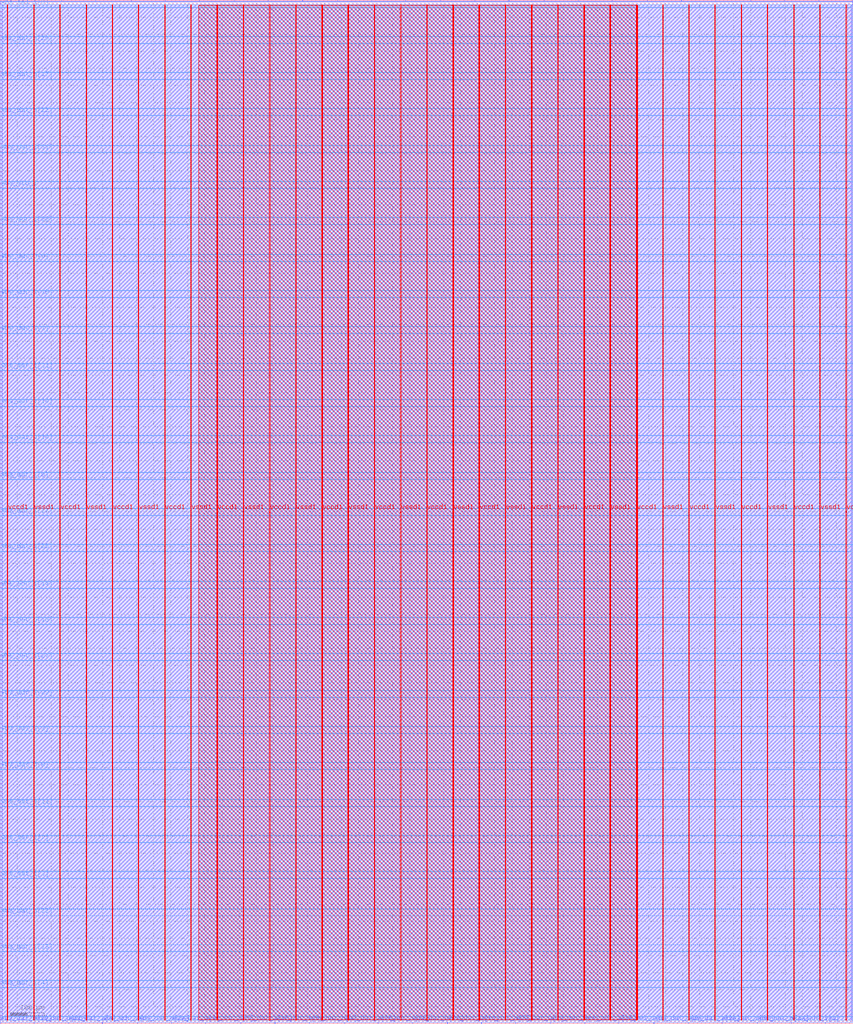
<source format=lef>
<<<<<<< HEAD
VERSION 5.7 ;
  NOWIREEXTENSIONATPIN ON ;
  DIVIDERCHAR "/" ;
  BUSBITCHARS "[]" ;
MACRO neuron_core
  CLASS BLOCK ;
  FOREIGN neuron_core ;
  ORIGIN 0.000 0.000 ;
  SIZE 2500.000 BY 3000.000 ;
  PIN clk
    DIRECTION INPUT ;
    USE SIGNAL ;
    ANTENNAGATEAREA 0.990000 ;
    PORT
      LAYER met2 ;
        RECT 80.590 2996.000 80.870 3000.000 ;
    END
  END clk
  PIN rst
    DIRECTION INPUT ;
    USE SIGNAL ;
    ANTENNAGATEAREA 0.990000 ;
    PORT
      LAYER met2 ;
        RECT 2418.310 0.000 2418.590 4.000 ;
    END
  END rst
  PIN vccd1
    DIRECTION INOUT ;
    USE POWER ;
    PORT
      LAYER met4 ;
        RECT 21.040 10.640 22.640 2986.800 ;
    END
    PORT
      LAYER met4 ;
        RECT 174.640 10.640 176.240 2986.800 ;
    END
    PORT
      LAYER met4 ;
        RECT 328.240 10.640 329.840 2986.800 ;
    END
    PORT
      LAYER met4 ;
        RECT 481.840 10.640 483.440 2986.800 ;
    END
    PORT
      LAYER met4 ;
        RECT 635.440 10.640 637.040 2986.800 ;
    END
    PORT
      LAYER met4 ;
        RECT 789.040 10.640 790.640 2986.800 ;
    END
    PORT
      LAYER met4 ;
        RECT 942.640 10.640 944.240 2986.800 ;
    END
    PORT
      LAYER met4 ;
        RECT 1096.240 10.640 1097.840 2986.800 ;
    END
    PORT
      LAYER met4 ;
        RECT 1249.840 10.640 1251.440 2986.800 ;
    END
    PORT
      LAYER met4 ;
        RECT 1403.440 10.640 1405.040 2986.800 ;
    END
    PORT
      LAYER met4 ;
        RECT 1557.040 10.640 1558.640 2986.800 ;
    END
    PORT
      LAYER met4 ;
        RECT 1710.640 10.640 1712.240 2986.800 ;
    END
    PORT
      LAYER met4 ;
        RECT 1864.240 10.640 1865.840 2986.800 ;
    END
    PORT
      LAYER met4 ;
        RECT 2017.840 10.640 2019.440 2986.800 ;
    END
    PORT
      LAYER met4 ;
        RECT 2171.440 10.640 2173.040 2986.800 ;
    END
    PORT
      LAYER met4 ;
        RECT 2325.040 10.640 2326.640 2986.800 ;
    END
    PORT
      LAYER met4 ;
        RECT 2478.640 10.640 2480.240 2986.800 ;
    END
  END vccd1
  PIN vssd1
    DIRECTION INOUT ;
    USE GROUND ;
    PORT
      LAYER met4 ;
        RECT 97.840 10.640 99.440 2986.800 ;
    END
    PORT
      LAYER met4 ;
        RECT 251.440 10.640 253.040 2986.800 ;
    END
    PORT
      LAYER met4 ;
        RECT 405.040 10.640 406.640 2986.800 ;
    END
    PORT
      LAYER met4 ;
        RECT 558.640 10.640 560.240 2986.800 ;
    END
    PORT
      LAYER met4 ;
        RECT 712.240 10.640 713.840 2986.800 ;
    END
    PORT
      LAYER met4 ;
        RECT 865.840 10.640 867.440 2986.800 ;
    END
    PORT
      LAYER met4 ;
        RECT 1019.440 10.640 1021.040 2986.800 ;
    END
    PORT
      LAYER met4 ;
        RECT 1173.040 10.640 1174.640 2986.800 ;
    END
    PORT
      LAYER met4 ;
        RECT 1326.640 10.640 1328.240 2986.800 ;
    END
    PORT
      LAYER met4 ;
        RECT 1480.240 10.640 1481.840 2986.800 ;
    END
    PORT
      LAYER met4 ;
        RECT 1633.840 10.640 1635.440 2986.800 ;
    END
    PORT
      LAYER met4 ;
        RECT 1787.440 10.640 1789.040 2986.800 ;
    END
    PORT
      LAYER met4 ;
        RECT 1941.040 10.640 1942.640 2986.800 ;
    END
    PORT
      LAYER met4 ;
        RECT 2094.640 10.640 2096.240 2986.800 ;
    END
    PORT
      LAYER met4 ;
        RECT 2248.240 10.640 2249.840 2986.800 ;
    END
    PORT
      LAYER met4 ;
        RECT 2401.840 10.640 2403.440 2986.800 ;
    END
  END vssd1
  PIN wbs_ack_o
    DIRECTION OUTPUT TRISTATE ;
    USE SIGNAL ;
    ANTENNADIFFAREA 2.673000 ;
    PORT
      LAYER met3 ;
        RECT 2496.000 2468.440 2500.000 2469.040 ;
    END
  END wbs_ack_o
  PIN wbs_adr_i[0]
    DIRECTION INPUT ;
    USE SIGNAL ;
    PORT
      LAYER met3 ;
        RECT 0.000 1594.640 4.000 1595.240 ;
    END
  END wbs_adr_i[0]
  PIN wbs_adr_i[10]
    DIRECTION INPUT ;
    USE SIGNAL ;
    ANTENNAGATEAREA 0.852000 ;
    PORT
      LAYER met3 ;
        RECT 0.000 1808.840 4.000 1809.440 ;
    END
  END wbs_adr_i[10]
  PIN wbs_adr_i[11]
    DIRECTION INPUT ;
    USE SIGNAL ;
    ANTENNAGATEAREA 0.742500 ;
    PORT
      LAYER met2 ;
        RECT 1490.950 2996.000 1491.230 3000.000 ;
    END
  END wbs_adr_i[11]
  PIN wbs_adr_i[12]
    DIRECTION INPUT ;
    USE SIGNAL ;
    ANTENNAGATEAREA 0.852000 ;
    PORT
      LAYER met2 ;
        RECT 1793.630 2996.000 1793.910 3000.000 ;
    END
  END wbs_adr_i[12]
  PIN wbs_adr_i[13]
    DIRECTION INPUT ;
    USE SIGNAL ;
    ANTENNAGATEAREA 0.990000 ;
    PORT
      LAYER met3 ;
        RECT 0.000 210.840 4.000 211.440 ;
    END
  END wbs_adr_i[13]
  PIN wbs_adr_i[14]
    DIRECTION INPUT ;
    USE SIGNAL ;
    ANTENNAGATEAREA 0.990000 ;
    PORT
      LAYER met3 ;
        RECT 0.000 1275.040 4.000 1275.640 ;
    END
  END wbs_adr_i[14]
  PIN wbs_adr_i[15]
    DIRECTION INPUT ;
    USE SIGNAL ;
    ANTENNAGATEAREA 0.852000 ;
    PORT
      LAYER met3 ;
        RECT 2496.000 2148.840 2500.000 2149.440 ;
    END
  END wbs_adr_i[15]
  PIN wbs_adr_i[16]
    DIRECTION INPUT ;
    USE SIGNAL ;
    ANTENNAGATEAREA 0.742500 ;
    PORT
      LAYER met3 ;
        RECT 2496.000 1723.840 2500.000 1724.440 ;
    END
  END wbs_adr_i[16]
  PIN wbs_adr_i[17]
    DIRECTION INPUT ;
    USE SIGNAL ;
    ANTENNAGATEAREA 0.990000 ;
    PORT
      LAYER met3 ;
        RECT 2496.000 336.640 2500.000 337.240 ;
    END
  END wbs_adr_i[17]
  PIN wbs_adr_i[18]
    DIRECTION INPUT ;
    USE SIGNAL ;
    ANTENNAGATEAREA 0.742500 ;
    PORT
      LAYER met3 ;
        RECT 0.000 2128.440 4.000 2129.040 ;
    END
  END wbs_adr_i[18]
  PIN wbs_adr_i[19]
    DIRECTION INPUT ;
    USE SIGNAL ;
    ANTENNAGATEAREA 0.852000 ;
    PORT
      LAYER met2 ;
        RECT 1713.130 0.000 1713.410 4.000 ;
    END
  END wbs_adr_i[19]
  PIN wbs_adr_i[1]
    DIRECTION INPUT ;
    USE SIGNAL ;
    PORT
      LAYER met2 ;
        RECT 2318.490 0.000 2318.770 4.000 ;
    END
  END wbs_adr_i[1]
  PIN wbs_adr_i[20]
    DIRECTION INPUT ;
    USE SIGNAL ;
    ANTENNAGATEAREA 0.990000 ;
    PORT
      LAYER met3 ;
        RECT 2496.000 870.440 2500.000 871.040 ;
    END
  END wbs_adr_i[20]
  PIN wbs_adr_i[21]
    DIRECTION INPUT ;
    USE SIGNAL ;
    ANTENNAGATEAREA 0.426000 ;
    PORT
      LAYER met2 ;
        RECT 1188.270 2996.000 1188.550 3000.000 ;
    END
  END wbs_adr_i[21]
  PIN wbs_adr_i[22]
    DIRECTION INPUT ;
    USE SIGNAL ;
    ANTENNAGATEAREA 0.990000 ;
    PORT
      LAYER met3 ;
        RECT 0.000 2342.640 4.000 2343.240 ;
    END
  END wbs_adr_i[22]
  PIN wbs_adr_i[23]
    DIRECTION INPUT ;
    USE SIGNAL ;
    ANTENNAGATEAREA 0.990000 ;
    PORT
      LAYER met2 ;
        RECT 582.910 2996.000 583.190 3000.000 ;
    END
  END wbs_adr_i[23]
  PIN wbs_adr_i[24]
    DIRECTION INPUT ;
    USE SIGNAL ;
    ANTENNAGATEAREA 0.852000 ;
    PORT
      LAYER met3 ;
        RECT 2496.000 2788.040 2500.000 2788.640 ;
    END
  END wbs_adr_i[24]
  PIN wbs_adr_i[25]
    DIRECTION INPUT ;
    USE SIGNAL ;
    ANTENNAGATEAREA 0.247500 ;
    PORT
      LAYER met2 ;
        RECT 1391.130 2996.000 1391.410 3000.000 ;
    END
  END wbs_adr_i[25]
  PIN wbs_adr_i[26]
    DIRECTION INPUT ;
    USE SIGNAL ;
    ANTENNAGATEAREA 0.990000 ;
    PORT
      LAYER met3 ;
        RECT 2496.000 765.040 2500.000 765.640 ;
    END
  END wbs_adr_i[26]
  PIN wbs_adr_i[27]
    DIRECTION INPUT ;
    USE SIGNAL ;
    ANTENNAGATEAREA 0.852000 ;
    PORT
      LAYER met3 ;
        RECT 0.000 1489.240 4.000 1489.840 ;
    END
  END wbs_adr_i[27]
  PIN wbs_adr_i[28]
    DIRECTION INPUT ;
    USE SIGNAL ;
    ANTENNAGATEAREA 0.426000 ;
    PORT
      LAYER met2 ;
        RECT 1107.770 0.000 1108.050 4.000 ;
    END
  END wbs_adr_i[28]
  PIN wbs_adr_i[29]
    DIRECTION INPUT ;
    USE SIGNAL ;
    ANTENNAGATEAREA 0.742500 ;
    PORT
      LAYER met3 ;
        RECT 0.000 955.440 4.000 956.040 ;
    END
  END wbs_adr_i[29]
  PIN wbs_adr_i[2]
    DIRECTION INPUT ;
    USE SIGNAL ;
    ANTENNAGATEAREA 0.990000 ;
    PORT
      LAYER met3 ;
        RECT 2496.000 656.240 2500.000 656.840 ;
    END
  END wbs_adr_i[2]
  PIN wbs_adr_i[30]
    DIRECTION INPUT ;
    USE SIGNAL ;
    ANTENNAGATEAREA 0.990000 ;
    PORT
      LAYER met2 ;
        RECT 1693.810 2996.000 1694.090 3000.000 ;
    END
  END wbs_adr_i[30]
  PIN wbs_adr_i[31]
    DIRECTION INPUT ;
    USE SIGNAL ;
    ANTENNAGATEAREA 0.742500 ;
    PORT
      LAYER met3 ;
        RECT 0.000 1914.240 4.000 1914.840 ;
    END
  END wbs_adr_i[31]
  PIN wbs_adr_i[3]
    DIRECTION INPUT ;
    USE SIGNAL ;
    ANTENNAGATEAREA 0.990000 ;
    PORT
      LAYER met2 ;
        RECT 602.230 0.000 602.510 4.000 ;
    END
  END wbs_adr_i[3]
  PIN wbs_adr_i[4]
    DIRECTION INPUT ;
    USE SIGNAL ;
    ANTENNAGATEAREA 0.990000 ;
    PORT
      LAYER met3 ;
        RECT 0.000 105.440 4.000 106.040 ;
    END
  END wbs_adr_i[4]
  PIN wbs_adr_i[5]
    DIRECTION INPUT ;
    USE SIGNAL ;
    ANTENNAGATEAREA 0.990000 ;
    PORT
      LAYER met2 ;
        RECT 2299.170 2996.000 2299.450 3000.000 ;
    END
  END wbs_adr_i[5]
  PIN wbs_adr_i[6]
    DIRECTION INPUT ;
    USE SIGNAL ;
    ANTENNAGATEAREA 0.990000 ;
    PORT
      LAYER met2 ;
        RECT 299.550 0.000 299.830 4.000 ;
    END
  END wbs_adr_i[6]
  PIN wbs_adr_i[7]
    DIRECTION INPUT ;
    USE SIGNAL ;
    ANTENNAGATEAREA 0.990000 ;
    PORT
      LAYER met3 ;
        RECT 0.000 530.440 4.000 531.040 ;
    END
  END wbs_adr_i[7]
  PIN wbs_adr_i[8]
    DIRECTION INPUT ;
    USE SIGNAL ;
    ANTENNAGATEAREA 0.990000 ;
    PORT
      LAYER met2 ;
        RECT 2498.810 2996.000 2499.090 3000.000 ;
    END
  END wbs_adr_i[8]
  PIN wbs_adr_i[9]
    DIRECTION INPUT ;
    USE SIGNAL ;
    ANTENNAGATEAREA 0.990000 ;
    PORT
      LAYER met2 ;
        RECT 1996.490 2996.000 1996.770 3000.000 ;
    END
  END wbs_adr_i[9]
  PIN wbs_cyc_i
    DIRECTION INPUT ;
    USE SIGNAL ;
    ANTENNAGATEAREA 0.990000 ;
    PORT
      LAYER met3 ;
        RECT 2496.000 2573.840 2500.000 2574.440 ;
    END
  END wbs_cyc_i
  PIN wbs_dat_i[0]
    DIRECTION INPUT ;
    USE SIGNAL ;
    ANTENNAGATEAREA 0.852000 ;
    PORT
      LAYER met3 ;
        RECT 2496.000 2893.440 2500.000 2894.040 ;
    END
  END wbs_dat_i[0]
  PIN wbs_dat_i[10]
    DIRECTION INPUT ;
    USE SIGNAL ;
    ANTENNAGATEAREA 0.990000 ;
    PORT
      LAYER met3 ;
        RECT 2496.000 1404.240 2500.000 1404.840 ;
    END
  END wbs_dat_i[10]
  PIN wbs_dat_i[11]
    DIRECTION INPUT ;
    USE SIGNAL ;
    ANTENNAGATEAREA 0.990000 ;
    PORT
      LAYER met3 ;
        RECT 2496.000 1190.040 2500.000 1190.640 ;
    END
  END wbs_dat_i[11]
  PIN wbs_dat_i[12]
    DIRECTION INPUT ;
    USE SIGNAL ;
    ANTENNAGATEAREA 0.852000 ;
    PORT
      LAYER met2 ;
        RECT 685.950 2996.000 686.230 3000.000 ;
    END
  END wbs_dat_i[12]
  PIN wbs_dat_i[13]
    DIRECTION INPUT ;
    USE SIGNAL ;
    ANTENNAGATEAREA 0.990000 ;
    PORT
      LAYER met2 ;
        RECT 785.770 2996.000 786.050 3000.000 ;
    END
  END wbs_dat_i[13]
  PIN wbs_dat_i[14]
    DIRECTION INPUT ;
    USE SIGNAL ;
    ANTENNAGATEAREA 0.990000 ;
    PORT
      LAYER met3 ;
        RECT 2496.000 2363.040 2500.000 2363.640 ;
    END
  END wbs_dat_i[14]
  PIN wbs_dat_i[15]
    DIRECTION INPUT ;
    USE SIGNAL ;
    ANTENNAGATEAREA 0.990000 ;
    PORT
      LAYER met2 ;
        RECT 1088.450 2996.000 1088.730 3000.000 ;
    END
  END wbs_dat_i[15]
  PIN wbs_dat_i[16]
    DIRECTION INPUT ;
    USE SIGNAL ;
    ANTENNAGATEAREA 0.852000 ;
    PORT
      LAYER met2 ;
        RECT 705.270 0.000 705.550 4.000 ;
    END
  END wbs_dat_i[16]
  PIN wbs_dat_i[17]
    DIRECTION INPUT ;
    USE SIGNAL ;
    ANTENNAGATEAREA 0.990000 ;
    PORT
      LAYER met2 ;
        RECT 885.590 2996.000 885.870 3000.000 ;
    END
  END wbs_dat_i[17]
  PIN wbs_dat_i[18]
    DIRECTION INPUT ;
    USE SIGNAL ;
    ANTENNAGATEAREA 0.990000 ;
    PORT
      LAYER met3 ;
        RECT 2496.000 231.240 2500.000 231.840 ;
    END
  END wbs_dat_i[18]
  PIN wbs_dat_i[19]
    DIRECTION INPUT ;
    USE SIGNAL ;
    ANTENNAGATEAREA 0.990000 ;
    PORT
      LAYER met2 ;
        RECT 1291.310 2996.000 1291.590 3000.000 ;
    END
  END wbs_dat_i[19]
  PIN wbs_dat_i[1]
    DIRECTION INPUT ;
    USE SIGNAL ;
    ANTENNAGATEAREA 0.990000 ;
    PORT
      LAYER met3 ;
        RECT 0.000 2023.040 4.000 2023.640 ;
    END
  END wbs_dat_i[1]
  PIN wbs_dat_i[20]
    DIRECTION INPUT ;
    USE SIGNAL ;
    ANTENNAGATEAREA 0.495000 ;
    PORT
      LAYER met2 ;
        RECT 483.090 2996.000 483.370 3000.000 ;
    END
  END wbs_dat_i[20]
  PIN wbs_dat_i[21]
    DIRECTION INPUT ;
    USE SIGNAL ;
    ANTENNAGATEAREA 0.852000 ;
    PORT
      LAYER met3 ;
        RECT 2496.000 445.440 2500.000 446.040 ;
    END
  END wbs_dat_i[21]
  PIN wbs_dat_i[22]
    DIRECTION INPUT ;
    USE SIGNAL ;
    ANTENNAGATEAREA 0.990000 ;
    PORT
      LAYER met3 ;
        RECT 2496.000 2682.640 2500.000 2683.240 ;
    END
  END wbs_dat_i[22]
  PIN wbs_dat_i[23]
    DIRECTION INPUT ;
    USE SIGNAL ;
    ANTENNAGATEAREA 0.990000 ;
    PORT
      LAYER met2 ;
        RECT 2096.310 2996.000 2096.590 3000.000 ;
    END
  END wbs_dat_i[23]
  PIN wbs_dat_i[24]
    DIRECTION INPUT ;
    USE SIGNAL ;
    ANTENNAGATEAREA 0.990000 ;
    PORT
      LAYER met2 ;
        RECT 2015.810 0.000 2016.090 4.000 ;
    END
  END wbs_dat_i[24]
  PIN wbs_dat_i[25]
    DIRECTION INPUT ;
    USE SIGNAL ;
    ANTENNAGATEAREA 0.990000 ;
    PORT
      LAYER met2 ;
        RECT 1007.950 0.000 1008.230 4.000 ;
    END
  END wbs_dat_i[25]
  PIN wbs_dat_i[26]
    DIRECTION INPUT ;
    USE SIGNAL ;
    ANTENNAGATEAREA 0.990000 ;
    PORT
      LAYER met3 ;
        RECT 2496.000 975.840 2500.000 976.440 ;
    END
  END wbs_dat_i[26]
  PIN wbs_dat_i[27]
    DIRECTION INPUT ;
    USE SIGNAL ;
    ANTENNAGATEAREA 0.990000 ;
    PORT
      LAYER met3 ;
        RECT 0.000 1064.240 4.000 1064.840 ;
    END
  END wbs_dat_i[27]
  PIN wbs_dat_i[28]
    DIRECTION INPUT ;
    USE SIGNAL ;
    ANTENNAGATEAREA 0.990000 ;
    PORT
      LAYER met3 ;
        RECT 0.000 1383.840 4.000 1384.440 ;
    END
  END wbs_dat_i[28]
  PIN wbs_dat_i[29]
    DIRECTION INPUT ;
    USE SIGNAL ;
    ANTENNAGATEAREA 0.990000 ;
    PORT
      LAYER met3 ;
        RECT 2496.000 125.840 2500.000 126.440 ;
    END
  END wbs_dat_i[29]
  PIN wbs_dat_i[2]
    DIRECTION INPUT ;
    USE SIGNAL ;
    ANTENNAGATEAREA 0.495000 ;
    PORT
      LAYER met2 ;
        RECT 280.230 2996.000 280.510 3000.000 ;
    END
  END wbs_dat_i[2]
  PIN wbs_dat_i[30]
    DIRECTION INPUT ;
    USE SIGNAL ;
    ANTENNAGATEAREA 0.990000 ;
    PORT
      LAYER met2 ;
        RECT 2115.630 0.000 2115.910 4.000 ;
    END
  END wbs_dat_i[30]
  PIN wbs_dat_i[31]
    DIRECTION INPUT ;
    USE SIGNAL ;
    ANTENNAGATEAREA 0.495000 ;
    PORT
      LAYER met3 ;
        RECT 0.000 2553.440 4.000 2554.040 ;
    END
  END wbs_dat_i[31]
  PIN wbs_dat_i[3]
    DIRECTION INPUT ;
    USE SIGNAL ;
    ANTENNAGATEAREA 0.990000 ;
    PORT
      LAYER met3 ;
        RECT 0.000 425.040 4.000 425.640 ;
    END
  END wbs_dat_i[3]
  PIN wbs_dat_i[4]
    DIRECTION INPUT ;
    USE SIGNAL ;
    ANTENNAGATEAREA 0.990000 ;
    PORT
      LAYER met2 ;
        RECT 199.730 0.000 200.010 4.000 ;
    END
  END wbs_dat_i[4]
  PIN wbs_dat_i[5]
    DIRECTION INPUT ;
    USE SIGNAL ;
    ANTENNAGATEAREA 0.852000 ;
    PORT
      LAYER met2 ;
        RECT 805.090 0.000 805.370 4.000 ;
    END
  END wbs_dat_i[5]
  PIN wbs_dat_i[6]
    DIRECTION INPUT ;
    USE SIGNAL ;
    ANTENNAGATEAREA 0.852000 ;
    PORT
      LAYER met3 ;
        RECT 2496.000 20.440 2500.000 21.040 ;
    END
  END wbs_dat_i[6]
  PIN wbs_dat_i[7]
    DIRECTION INPUT ;
    USE SIGNAL ;
    ANTENNAGATEAREA 0.495000 ;
    PORT
      LAYER met3 ;
        RECT 2496.000 1615.040 2500.000 1615.640 ;
    END
  END wbs_dat_i[7]
  PIN wbs_dat_i[8]
    DIRECTION INPUT ;
    USE SIGNAL ;
    ANTENNAGATEAREA 0.990000 ;
    PORT
      LAYER met3 ;
        RECT 2496.000 1084.640 2500.000 1085.240 ;
    END
  END wbs_dat_i[8]
  PIN wbs_dat_i[9]
    DIRECTION INPUT ;
    USE SIGNAL ;
    ANTENNAGATEAREA 0.990000 ;
    PORT
      LAYER met2 ;
        RECT 1915.990 0.000 1916.270 4.000 ;
    END
  END wbs_dat_i[9]
  PIN wbs_dat_o[0]
    DIRECTION OUTPUT TRISTATE ;
    USE SIGNAL ;
    ANTENNADIFFAREA 2.673000 ;
    PORT
      LAYER met3 ;
        RECT 0.000 2233.840 4.000 2234.440 ;
    END
  END wbs_dat_o[0]
  PIN wbs_dat_o[10]
    DIRECTION OUTPUT TRISTATE ;
    USE SIGNAL ;
    ANTENNADIFFAREA 2.673000 ;
    PORT
      LAYER met3 ;
        RECT 0.000 1703.440 4.000 1704.040 ;
    END
  END wbs_dat_o[10]
  PIN wbs_dat_o[11]
    DIRECTION OUTPUT TRISTATE ;
    USE SIGNAL ;
    ANTENNADIFFAREA 2.673000 ;
    PORT
      LAYER met3 ;
        RECT 0.000 635.840 4.000 636.440 ;
    END
  END wbs_dat_o[11]
  PIN wbs_dat_o[12]
    DIRECTION OUTPUT TRISTATE ;
    USE SIGNAL ;
    ANTENNADIFFAREA 2.673000 ;
    PORT
      LAYER met3 ;
        RECT 2496.000 1295.440 2500.000 1296.040 ;
    END
  END wbs_dat_o[12]
  PIN wbs_dat_o[13]
    DIRECTION OUTPUT TRISTATE ;
    USE SIGNAL ;
    ANTENNADIFFAREA 2.673000 ;
    PORT
      LAYER met3 ;
        RECT 2496.000 2043.440 2500.000 2044.040 ;
    END
  END wbs_dat_o[13]
  PIN wbs_dat_o[14]
    DIRECTION OUTPUT TRISTATE ;
    USE SIGNAL ;
    ANTENNADIFFAREA 2.673000 ;
    PORT
      LAYER met2 ;
        RECT 2218.670 0.000 2218.950 4.000 ;
    END
  END wbs_dat_o[14]
  PIN wbs_dat_o[15]
    DIRECTION OUTPUT TRISTATE ;
    USE SIGNAL ;
    ANTENNADIFFAREA 2.673000 ;
    PORT
      LAYER met3 ;
        RECT 2496.000 2254.240 2500.000 2254.840 ;
    END
  END wbs_dat_o[15]
  PIN wbs_dat_o[16]
    DIRECTION OUTPUT TRISTATE ;
    USE SIGNAL ;
    ANTENNADIFFAREA 2.673000 ;
    PORT
      LAYER met2 ;
        RECT 1310.630 0.000 1310.910 4.000 ;
    END
  END wbs_dat_o[16]
  PIN wbs_dat_o[17]
    DIRECTION OUTPUT TRISTATE ;
    USE SIGNAL ;
    ANTENNADIFFAREA 2.673000 ;
    PORT
      LAYER met3 ;
        RECT 0.000 2767.640 4.000 2768.240 ;
    END
  END wbs_dat_o[17]
  PIN wbs_dat_o[18]
    DIRECTION OUTPUT TRISTATE ;
    USE SIGNAL ;
    ANTENNADIFFAREA 2.673000 ;
    PORT
      LAYER met3 ;
        RECT 0.000 1169.640 4.000 1170.240 ;
    END
  END wbs_dat_o[18]
  PIN wbs_dat_o[19]
    DIRECTION OUTPUT TRISTATE ;
    USE SIGNAL ;
    ANTENNADIFFAREA 2.673000 ;
    PORT
      LAYER met2 ;
        RECT 0.090 0.000 0.370 4.000 ;
    END
  END wbs_dat_o[19]
  PIN wbs_dat_o[1]
    DIRECTION OUTPUT TRISTATE ;
    USE SIGNAL ;
    ANTENNADIFFAREA 2.673000 ;
    PORT
      LAYER met2 ;
        RECT 1613.310 0.000 1613.590 4.000 ;
    END
  END wbs_dat_o[1]
  PIN wbs_dat_o[20]
    DIRECTION OUTPUT TRISTATE ;
    USE SIGNAL ;
    ANTENNADIFFAREA 2.673000 ;
    PORT
      LAYER met2 ;
        RECT 180.410 2996.000 180.690 3000.000 ;
    END
  END wbs_dat_o[20]
  PIN wbs_dat_o[21]
    DIRECTION OUTPUT TRISTATE ;
    USE SIGNAL ;
    ANTENNADIFFAREA 2.673000 ;
    PORT
      LAYER met2 ;
        RECT 988.630 2996.000 988.910 3000.000 ;
    END
  END wbs_dat_o[21]
  PIN wbs_dat_o[22]
    DIRECTION OUTPUT TRISTATE ;
    USE SIGNAL ;
    ANTENNADIFFAREA 2.673000 ;
    PORT
      LAYER met3 ;
        RECT 0.000 316.240 4.000 316.840 ;
    END
  END wbs_dat_o[22]
  PIN wbs_dat_o[23]
    DIRECTION OUTPUT TRISTATE ;
    USE SIGNAL ;
    ANTENNADIFFAREA 2.673000 ;
    PORT
      LAYER met3 ;
        RECT 0.000 2662.240 4.000 2662.840 ;
    END
  END wbs_dat_o[23]
  PIN wbs_dat_o[24]
    DIRECTION OUTPUT TRISTATE ;
    USE SIGNAL ;
    ANTENNADIFFAREA 2.673000 ;
    PORT
      LAYER met2 ;
        RECT 402.590 0.000 402.870 4.000 ;
    END
  END wbs_dat_o[24]
  PIN wbs_dat_o[25]
    DIRECTION OUTPUT TRISTATE ;
    USE SIGNAL ;
    ANTENNADIFFAREA 2.673000 ;
    PORT
      LAYER met2 ;
        RECT 99.910 0.000 100.190 4.000 ;
    END
  END wbs_dat_o[25]
  PIN wbs_dat_o[26]
    DIRECTION OUTPUT TRISTATE ;
    USE SIGNAL ;
    ANTENNADIFFAREA 2.673000 ;
    PORT
      LAYER met2 ;
        RECT 2199.350 2996.000 2199.630 3000.000 ;
    END
  END wbs_dat_o[26]
  PIN wbs_dat_o[27]
    DIRECTION OUTPUT TRISTATE ;
    USE SIGNAL ;
    ANTENNADIFFAREA 2.673000 ;
    PORT
      LAYER met2 ;
        RECT 1593.990 2996.000 1594.270 3000.000 ;
    END
  END wbs_dat_o[27]
  PIN wbs_dat_o[28]
    DIRECTION OUTPUT TRISTATE ;
    USE SIGNAL ;
    ANTENNADIFFAREA 2.673000 ;
    PORT
      LAYER met2 ;
        RECT 1207.590 0.000 1207.870 4.000 ;
    END
  END wbs_dat_o[28]
  PIN wbs_dat_o[29]
    DIRECTION OUTPUT TRISTATE ;
    USE SIGNAL ;
    ANTENNADIFFAREA 2.673000 ;
    PORT
      LAYER met2 ;
        RECT 2398.990 2996.000 2399.270 3000.000 ;
    END
  END wbs_dat_o[29]
  PIN wbs_dat_o[2]
    DIRECTION OUTPUT TRISTATE ;
    USE SIGNAL ;
    ANTENNADIFFAREA 2.673000 ;
    PORT
      LAYER met3 ;
        RECT 2496.000 550.840 2500.000 551.440 ;
    END
  END wbs_dat_o[2]
  PIN wbs_dat_o[30]
    DIRECTION OUTPUT TRISTATE ;
    USE SIGNAL ;
    ANTENNADIFFAREA 2.673000 ;
    PORT
      LAYER met3 ;
        RECT 0.000 2873.040 4.000 2873.640 ;
    END
  END wbs_dat_o[30]
  PIN wbs_dat_o[31]
    DIRECTION OUTPUT TRISTATE ;
    USE SIGNAL ;
    ANTENNADIFFAREA 2.673000 ;
    PORT
      LAYER met3 ;
        RECT 2496.000 1829.240 2500.000 1829.840 ;
    END
  END wbs_dat_o[31]
  PIN wbs_dat_o[3]
    DIRECTION OUTPUT TRISTATE ;
    USE SIGNAL ;
    ANTENNADIFFAREA 2.673000 ;
    PORT
      LAYER met2 ;
        RECT 502.410 0.000 502.690 4.000 ;
    END
  END wbs_dat_o[3]
  PIN wbs_dat_o[4]
    DIRECTION OUTPUT TRISTATE ;
    USE SIGNAL ;
    ANTENNADIFFAREA 2.673000 ;
    PORT
      LAYER met2 ;
        RECT 904.910 0.000 905.190 4.000 ;
    END
  END wbs_dat_o[4]
  PIN wbs_dat_o[5]
    DIRECTION OUTPUT TRISTATE ;
    USE SIGNAL ;
    ANTENNADIFFAREA 2.673000 ;
    PORT
      LAYER met2 ;
        RECT 1410.450 0.000 1410.730 4.000 ;
    END
  END wbs_dat_o[5]
  PIN wbs_dat_o[6]
    DIRECTION OUTPUT TRISTATE ;
    USE SIGNAL ;
    ANTENNADIFFAREA 2.673000 ;
    PORT
      LAYER met3 ;
        RECT 2496.000 1934.640 2500.000 1935.240 ;
    END
  END wbs_dat_o[6]
  PIN wbs_dat_o[7]
    DIRECTION OUTPUT TRISTATE ;
    USE SIGNAL ;
    ANTENNADIFFAREA 2.673000 ;
    PORT
      LAYER met2 ;
        RECT 1510.270 0.000 1510.550 4.000 ;
    END
  END wbs_dat_o[7]
  PIN wbs_dat_o[8]
    DIRECTION OUTPUT TRISTATE ;
    USE SIGNAL ;
    ANTENNADIFFAREA 2.673000 ;
    PORT
      LAYER met3 ;
        RECT 0.000 744.640 4.000 745.240 ;
    END
  END wbs_dat_o[8]
  PIN wbs_dat_o[9]
    DIRECTION OUTPUT TRISTATE ;
    USE SIGNAL ;
    ANTENNADIFFAREA 2.673000 ;
    PORT
      LAYER met2 ;
        RECT 1896.670 2996.000 1896.950 3000.000 ;
    END
  END wbs_dat_o[9]
  PIN wbs_sel_i[0]
    DIRECTION INPUT ;
    USE SIGNAL ;
    ANTENNAGATEAREA 0.990000 ;
    PORT
      LAYER met3 ;
        RECT 0.000 2978.440 4.000 2979.040 ;
    END
  END wbs_sel_i[0]
  PIN wbs_sel_i[1]
    DIRECTION INPUT ;
    USE SIGNAL ;
    ANTENNAGATEAREA 0.990000 ;
    PORT
      LAYER met2 ;
        RECT 383.270 2996.000 383.550 3000.000 ;
    END
  END wbs_sel_i[1]
  PIN wbs_sel_i[2]
    DIRECTION INPUT ;
    USE SIGNAL ;
    ANTENNAGATEAREA 0.990000 ;
    PORT
      LAYER met2 ;
        RECT 1812.950 0.000 1813.230 4.000 ;
    END
  END wbs_sel_i[2]
  PIN wbs_sel_i[3]
    DIRECTION INPUT ;
    USE SIGNAL ;
    ANTENNAGATEAREA 0.990000 ;
    PORT
      LAYER met3 ;
        RECT 0.000 850.040 4.000 850.640 ;
    END
  END wbs_sel_i[3]
  PIN wbs_stb_i
    DIRECTION INPUT ;
    USE SIGNAL ;
    ANTENNAGATEAREA 0.990000 ;
    PORT
      LAYER met3 ;
        RECT 0.000 2448.040 4.000 2448.640 ;
    END
  END wbs_stb_i
  PIN wbs_we_i
    DIRECTION INPUT ;
    USE SIGNAL ;
    ANTENNAGATEAREA 0.742500 ;
    PORT
      LAYER met3 ;
        RECT 2496.000 1509.640 2500.000 1510.240 ;
    END
  END wbs_we_i
  OBS
      LAYER li1 ;
        RECT 5.520 10.795 2494.120 2986.645 ;
      LAYER met1 ;
        RECT 0.070 10.640 2499.110 2986.800 ;
      LAYER met2 ;
        RECT 0.100 2995.720 80.310 2996.490 ;
        RECT 81.150 2995.720 180.130 2996.490 ;
        RECT 180.970 2995.720 279.950 2996.490 ;
        RECT 280.790 2995.720 382.990 2996.490 ;
        RECT 383.830 2995.720 482.810 2996.490 ;
        RECT 483.650 2995.720 582.630 2996.490 ;
        RECT 583.470 2995.720 685.670 2996.490 ;
        RECT 686.510 2995.720 785.490 2996.490 ;
        RECT 786.330 2995.720 885.310 2996.490 ;
        RECT 886.150 2995.720 988.350 2996.490 ;
        RECT 989.190 2995.720 1088.170 2996.490 ;
        RECT 1089.010 2995.720 1187.990 2996.490 ;
        RECT 1188.830 2995.720 1291.030 2996.490 ;
        RECT 1291.870 2995.720 1390.850 2996.490 ;
        RECT 1391.690 2995.720 1490.670 2996.490 ;
        RECT 1491.510 2995.720 1593.710 2996.490 ;
        RECT 1594.550 2995.720 1693.530 2996.490 ;
        RECT 1694.370 2995.720 1793.350 2996.490 ;
        RECT 1794.190 2995.720 1896.390 2996.490 ;
        RECT 1897.230 2995.720 1996.210 2996.490 ;
        RECT 1997.050 2995.720 2096.030 2996.490 ;
        RECT 2096.870 2995.720 2199.070 2996.490 ;
        RECT 2199.910 2995.720 2298.890 2996.490 ;
        RECT 2299.730 2995.720 2398.710 2996.490 ;
        RECT 2399.550 2995.720 2498.530 2996.490 ;
        RECT 0.100 4.280 2499.080 2995.720 ;
        RECT 0.650 3.670 99.630 4.280 ;
        RECT 100.470 3.670 199.450 4.280 ;
        RECT 200.290 3.670 299.270 4.280 ;
        RECT 300.110 3.670 402.310 4.280 ;
        RECT 403.150 3.670 502.130 4.280 ;
        RECT 502.970 3.670 601.950 4.280 ;
        RECT 602.790 3.670 704.990 4.280 ;
        RECT 705.830 3.670 804.810 4.280 ;
        RECT 805.650 3.670 904.630 4.280 ;
        RECT 905.470 3.670 1007.670 4.280 ;
        RECT 1008.510 3.670 1107.490 4.280 ;
        RECT 1108.330 3.670 1207.310 4.280 ;
        RECT 1208.150 3.670 1310.350 4.280 ;
        RECT 1311.190 3.670 1410.170 4.280 ;
        RECT 1411.010 3.670 1509.990 4.280 ;
        RECT 1510.830 3.670 1613.030 4.280 ;
        RECT 1613.870 3.670 1712.850 4.280 ;
        RECT 1713.690 3.670 1812.670 4.280 ;
        RECT 1813.510 3.670 1915.710 4.280 ;
        RECT 1916.550 3.670 2015.530 4.280 ;
        RECT 2016.370 3.670 2115.350 4.280 ;
        RECT 2116.190 3.670 2218.390 4.280 ;
        RECT 2219.230 3.670 2318.210 4.280 ;
        RECT 2319.050 3.670 2418.030 4.280 ;
        RECT 2418.870 3.670 2499.080 4.280 ;
      LAYER met3 ;
        RECT 3.990 2979.440 2496.000 2986.725 ;
        RECT 4.400 2978.040 2496.000 2979.440 ;
        RECT 3.990 2894.440 2496.000 2978.040 ;
        RECT 3.990 2893.040 2495.600 2894.440 ;
        RECT 3.990 2874.040 2496.000 2893.040 ;
        RECT 4.400 2872.640 2496.000 2874.040 ;
        RECT 3.990 2789.040 2496.000 2872.640 ;
        RECT 3.990 2787.640 2495.600 2789.040 ;
        RECT 3.990 2768.640 2496.000 2787.640 ;
        RECT 4.400 2767.240 2496.000 2768.640 ;
        RECT 3.990 2683.640 2496.000 2767.240 ;
        RECT 3.990 2682.240 2495.600 2683.640 ;
        RECT 3.990 2663.240 2496.000 2682.240 ;
        RECT 4.400 2661.840 2496.000 2663.240 ;
        RECT 3.990 2574.840 2496.000 2661.840 ;
        RECT 3.990 2573.440 2495.600 2574.840 ;
        RECT 3.990 2554.440 2496.000 2573.440 ;
        RECT 4.400 2553.040 2496.000 2554.440 ;
        RECT 3.990 2469.440 2496.000 2553.040 ;
        RECT 3.990 2468.040 2495.600 2469.440 ;
        RECT 3.990 2449.040 2496.000 2468.040 ;
        RECT 4.400 2447.640 2496.000 2449.040 ;
        RECT 3.990 2364.040 2496.000 2447.640 ;
        RECT 3.990 2362.640 2495.600 2364.040 ;
        RECT 3.990 2343.640 2496.000 2362.640 ;
        RECT 4.400 2342.240 2496.000 2343.640 ;
        RECT 3.990 2255.240 2496.000 2342.240 ;
        RECT 3.990 2253.840 2495.600 2255.240 ;
        RECT 3.990 2234.840 2496.000 2253.840 ;
        RECT 4.400 2233.440 2496.000 2234.840 ;
        RECT 3.990 2149.840 2496.000 2233.440 ;
        RECT 3.990 2148.440 2495.600 2149.840 ;
        RECT 3.990 2129.440 2496.000 2148.440 ;
        RECT 4.400 2128.040 2496.000 2129.440 ;
        RECT 3.990 2044.440 2496.000 2128.040 ;
        RECT 3.990 2043.040 2495.600 2044.440 ;
        RECT 3.990 2024.040 2496.000 2043.040 ;
        RECT 4.400 2022.640 2496.000 2024.040 ;
        RECT 3.990 1935.640 2496.000 2022.640 ;
        RECT 3.990 1934.240 2495.600 1935.640 ;
        RECT 3.990 1915.240 2496.000 1934.240 ;
        RECT 4.400 1913.840 2496.000 1915.240 ;
        RECT 3.990 1830.240 2496.000 1913.840 ;
        RECT 3.990 1828.840 2495.600 1830.240 ;
        RECT 3.990 1809.840 2496.000 1828.840 ;
        RECT 4.400 1808.440 2496.000 1809.840 ;
        RECT 3.990 1724.840 2496.000 1808.440 ;
        RECT 3.990 1723.440 2495.600 1724.840 ;
        RECT 3.990 1704.440 2496.000 1723.440 ;
        RECT 4.400 1703.040 2496.000 1704.440 ;
        RECT 3.990 1616.040 2496.000 1703.040 ;
        RECT 3.990 1614.640 2495.600 1616.040 ;
        RECT 3.990 1595.640 2496.000 1614.640 ;
        RECT 4.400 1594.240 2496.000 1595.640 ;
        RECT 3.990 1510.640 2496.000 1594.240 ;
        RECT 3.990 1509.240 2495.600 1510.640 ;
        RECT 3.990 1490.240 2496.000 1509.240 ;
        RECT 4.400 1488.840 2496.000 1490.240 ;
        RECT 3.990 1405.240 2496.000 1488.840 ;
        RECT 3.990 1403.840 2495.600 1405.240 ;
        RECT 3.990 1384.840 2496.000 1403.840 ;
        RECT 4.400 1383.440 2496.000 1384.840 ;
        RECT 3.990 1296.440 2496.000 1383.440 ;
        RECT 3.990 1295.040 2495.600 1296.440 ;
        RECT 3.990 1276.040 2496.000 1295.040 ;
        RECT 4.400 1274.640 2496.000 1276.040 ;
        RECT 3.990 1191.040 2496.000 1274.640 ;
        RECT 3.990 1189.640 2495.600 1191.040 ;
        RECT 3.990 1170.640 2496.000 1189.640 ;
        RECT 4.400 1169.240 2496.000 1170.640 ;
        RECT 3.990 1085.640 2496.000 1169.240 ;
        RECT 3.990 1084.240 2495.600 1085.640 ;
        RECT 3.990 1065.240 2496.000 1084.240 ;
        RECT 4.400 1063.840 2496.000 1065.240 ;
        RECT 3.990 976.840 2496.000 1063.840 ;
        RECT 3.990 975.440 2495.600 976.840 ;
        RECT 3.990 956.440 2496.000 975.440 ;
        RECT 4.400 955.040 2496.000 956.440 ;
        RECT 3.990 871.440 2496.000 955.040 ;
        RECT 3.990 870.040 2495.600 871.440 ;
        RECT 3.990 851.040 2496.000 870.040 ;
        RECT 4.400 849.640 2496.000 851.040 ;
        RECT 3.990 766.040 2496.000 849.640 ;
        RECT 3.990 764.640 2495.600 766.040 ;
        RECT 3.990 745.640 2496.000 764.640 ;
        RECT 4.400 744.240 2496.000 745.640 ;
        RECT 3.990 657.240 2496.000 744.240 ;
        RECT 3.990 655.840 2495.600 657.240 ;
        RECT 3.990 636.840 2496.000 655.840 ;
        RECT 4.400 635.440 2496.000 636.840 ;
        RECT 3.990 551.840 2496.000 635.440 ;
        RECT 3.990 550.440 2495.600 551.840 ;
        RECT 3.990 531.440 2496.000 550.440 ;
        RECT 4.400 530.040 2496.000 531.440 ;
        RECT 3.990 446.440 2496.000 530.040 ;
        RECT 3.990 445.040 2495.600 446.440 ;
        RECT 3.990 426.040 2496.000 445.040 ;
        RECT 4.400 424.640 2496.000 426.040 ;
        RECT 3.990 337.640 2496.000 424.640 ;
        RECT 3.990 336.240 2495.600 337.640 ;
        RECT 3.990 317.240 2496.000 336.240 ;
        RECT 4.400 315.840 2496.000 317.240 ;
        RECT 3.990 232.240 2496.000 315.840 ;
        RECT 3.990 230.840 2495.600 232.240 ;
        RECT 3.990 211.840 2496.000 230.840 ;
        RECT 4.400 210.440 2496.000 211.840 ;
        RECT 3.990 126.840 2496.000 210.440 ;
        RECT 3.990 125.440 2495.600 126.840 ;
        RECT 3.990 106.440 2496.000 125.440 ;
        RECT 4.400 105.040 2496.000 106.440 ;
        RECT 3.990 21.440 2496.000 105.040 ;
        RECT 3.990 20.040 2495.600 21.440 ;
        RECT 3.990 10.715 2496.000 20.040 ;
      LAYER met4 ;
        RECT 581.735 11.735 635.040 2985.705 ;
        RECT 637.440 11.735 711.840 2985.705 ;
        RECT 714.240 11.735 788.640 2985.705 ;
        RECT 791.040 11.735 865.440 2985.705 ;
        RECT 867.840 11.735 942.240 2985.705 ;
        RECT 944.640 11.735 1019.040 2985.705 ;
        RECT 1021.440 11.735 1095.840 2985.705 ;
        RECT 1098.240 11.735 1172.640 2985.705 ;
        RECT 1175.040 11.735 1249.440 2985.705 ;
        RECT 1251.840 11.735 1326.240 2985.705 ;
        RECT 1328.640 11.735 1403.040 2985.705 ;
        RECT 1405.440 11.735 1479.840 2985.705 ;
        RECT 1482.240 11.735 1556.640 2985.705 ;
        RECT 1559.040 11.735 1633.440 2985.705 ;
        RECT 1635.840 11.735 1710.240 2985.705 ;
        RECT 1712.640 11.735 1787.040 2985.705 ;
        RECT 1789.440 11.735 1863.840 2985.705 ;
        RECT 1866.240 11.735 1868.225 2985.705 ;
  END
END neuron_core
END LIBRARY

=======
version https://git-lfs.github.com/spec/v1
oid sha256:20796dc4843cee1414abe4e649bfd521cd092d44154975dfe6767b064de5d5af
size 32535
>>>>>>> 7fa566336ad936253585d16aa726fb716d9b4246

</source>
